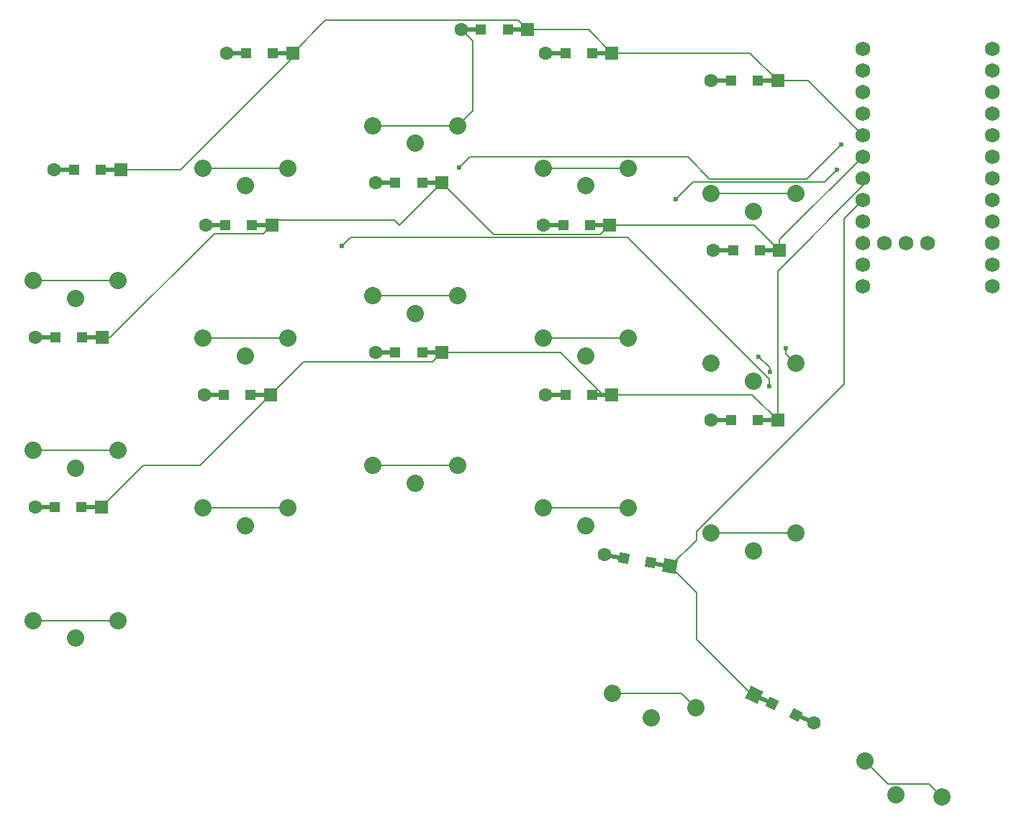
<source format=gbr>
%TF.GenerationSoftware,KiCad,Pcbnew,9.0.2*%
%TF.CreationDate,2025-05-24T14:32:55-04:00*%
%TF.ProjectId,ErgoDecks,4572676f-4465-4636-9b73-2e6b69636164,rev?*%
%TF.SameCoordinates,Original*%
%TF.FileFunction,Copper,L2,Bot*%
%TF.FilePolarity,Positive*%
%FSLAX46Y46*%
G04 Gerber Fmt 4.6, Leading zero omitted, Abs format (unit mm)*
G04 Created by KiCad (PCBNEW 9.0.2) date 2025-05-24 14:32:55*
%MOMM*%
%LPD*%
G01*
G04 APERTURE LIST*
G04 Aperture macros list*
%AMRotRect*
0 Rectangle, with rotation*
0 The origin of the aperture is its center*
0 $1 length*
0 $2 width*
0 $3 Rotation angle, in degrees counterclockwise*
0 Add horizontal line*
21,1,$1,$2,0,0,$3*%
G04 Aperture macros list end*
%TA.AperFunction,ComponentPad*%
%ADD10C,2.032000*%
%TD*%
%TA.AperFunction,ComponentPad*%
%ADD11C,1.752600*%
%TD*%
%TA.AperFunction,ComponentPad*%
%ADD12R,1.600000X1.600000*%
%TD*%
%TA.AperFunction,SMDPad,CuDef*%
%ADD13R,2.500000X0.500000*%
%TD*%
%TA.AperFunction,SMDPad,CuDef*%
%ADD14R,1.200000X1.200000*%
%TD*%
%TA.AperFunction,ComponentPad*%
%ADD15C,1.600000*%
%TD*%
%TA.AperFunction,ComponentPad*%
%ADD16RotRect,1.600000X1.600000X170.000000*%
%TD*%
%TA.AperFunction,SMDPad,CuDef*%
%ADD17RotRect,2.500000X0.500000X170.000000*%
%TD*%
%TA.AperFunction,SMDPad,CuDef*%
%ADD18RotRect,1.200000X1.200000X170.000000*%
%TD*%
%TA.AperFunction,ComponentPad*%
%ADD19RotRect,1.600000X1.600000X335.000000*%
%TD*%
%TA.AperFunction,SMDPad,CuDef*%
%ADD20RotRect,2.500000X0.500000X335.000000*%
%TD*%
%TA.AperFunction,SMDPad,CuDef*%
%ADD21RotRect,1.200000X1.200000X335.000000*%
%TD*%
%TA.AperFunction,ViaPad*%
%ADD22C,0.600000*%
%TD*%
%TA.AperFunction,Conductor*%
%ADD23C,0.200000*%
%TD*%
G04 APERTURE END LIST*
D10*
%TO.P,K15,1*%
%TO.N,/Col4*%
X107150000Y-115650000D03*
%TO.P,K15,2*%
%TO.N,Net-(D15-A)*%
X102150000Y-113550000D03*
X112150000Y-113550000D03*
%TD*%
%TO.P,K1,1*%
%TO.N,/Col0*%
X27400000Y-85900000D03*
%TO.P,K1,2*%
%TO.N,Net-(D1-A)*%
X22400000Y-83800000D03*
X32400000Y-83800000D03*
%TD*%
%TO.P,K17,1*%
%TO.N,/Col4*%
X123906552Y-144347216D03*
%TO.P,K17,2*%
%TO.N,Net-(D17-A)*%
X120262512Y-140330878D03*
X129325590Y-144557061D03*
%TD*%
%TO.P,K9,1*%
%TO.N,/Col2*%
X67400000Y-107650000D03*
%TO.P,K9,2*%
%TO.N,Net-(D9-A)*%
X62400000Y-105550000D03*
X72400000Y-105550000D03*
%TD*%
%TO.P,K16,1*%
%TO.N,/Col3*%
X95125476Y-135310366D03*
%TO.P,K16,2*%
%TO.N,Net-(D16-A)*%
X90566098Y-132374029D03*
X100414176Y-134110510D03*
%TD*%
%TO.P,K5,1*%
%TO.N,/Col1*%
X47400000Y-92650000D03*
%TO.P,K5,2*%
%TO.N,Net-(D5-A)*%
X42400000Y-90550000D03*
X52400000Y-90550000D03*
%TD*%
D11*
%TO.P,U1,1,TX0/P0.06*%
%TO.N,unconnected-(U1-TX0{slash}P0.06-Pad1)*%
X120030000Y-56530000D03*
%TO.P,U1,2,RX1/P0.08*%
%TO.N,unconnected-(U1-RX1{slash}P0.08-Pad2)*%
X120030000Y-59070000D03*
%TO.P,U1,3,GND*%
%TO.N,unconnected-(U1-GND-Pad3)*%
X120030000Y-61610000D03*
%TO.P,U1,4,GND*%
%TO.N,unconnected-(U1-GND-Pad4)*%
X120030000Y-64150000D03*
%TO.P,U1,5,P0.17*%
%TO.N,/Row0*%
X120030000Y-66690000D03*
%TO.P,U1,6,P0.20*%
%TO.N,/Row1*%
X120030000Y-69230000D03*
%TO.P,U1,7,P0.22*%
%TO.N,/Row2*%
X120030000Y-71770000D03*
%TO.P,U1,8,P0.24*%
%TO.N,/Row3*%
X120030000Y-74310000D03*
%TO.P,U1,9,P1.00*%
%TO.N,/Col0*%
X120030000Y-76850000D03*
%TO.P,U1,10,P0.11*%
%TO.N,/Col1*%
X120030000Y-79390000D03*
%TO.P,U1,11,P1.04*%
%TO.N,unconnected-(U1-P1.04-Pad11)*%
X120030000Y-81930000D03*
%TO.P,U1,12,P1.06*%
%TO.N,unconnected-(U1-P1.06-Pad12)*%
X120030000Y-84470000D03*
%TO.P,U1,13,NFC1/P0.09*%
%TO.N,unconnected-(U1-NFC1{slash}P0.09-Pad13)*%
X135270000Y-84470000D03*
%TO.P,U1,14,NFC2/P0.10*%
%TO.N,unconnected-(U1-NFC2{slash}P0.10-Pad14)*%
X135270000Y-81930000D03*
%TO.P,U1,15,P1.11*%
%TO.N,unconnected-(U1-P1.11-Pad15)*%
X135270000Y-79390000D03*
%TO.P,U1,16,P1.13*%
%TO.N,unconnected-(U1-P1.13-Pad16)*%
X135270000Y-76850000D03*
%TO.P,U1,17,P1.15*%
%TO.N,unconnected-(U1-P1.15-Pad17)*%
X135270000Y-74310000D03*
%TO.P,U1,18,AIN0/P0.02*%
%TO.N,/Col4*%
X135270000Y-71770000D03*
%TO.P,U1,19,AIN5/P0.29*%
%TO.N,/Col3*%
X135270000Y-69230000D03*
%TO.P,U1,20,AIN7/P0.31*%
%TO.N,/Col2*%
X135270000Y-66690000D03*
%TO.P,U1,21,VCC*%
%TO.N,unconnected-(U1-VCC-Pad21)*%
X135270000Y-64150000D03*
%TO.P,U1,22,RST*%
%TO.N,unconnected-(U1-RST-Pad22)*%
X135270000Y-61610000D03*
%TO.P,U1,23,GND*%
%TO.N,unconnected-(U1-GND-Pad23)*%
X135270000Y-59070000D03*
%TO.P,U1,24,BATIN/P0.04*%
%TO.N,unconnected-(U1-BATIN{slash}P0.04-Pad24)*%
X135270000Y-56530000D03*
%TO.P,U1,31,P1.01*%
%TO.N,unconnected-(U1-P1.01-Pad31)*%
X122570000Y-79390000D03*
%TO.P,U1,32,P1.02*%
%TO.N,unconnected-(U1-P1.02-Pad32)*%
X125110000Y-79390000D03*
%TO.P,U1,33,P1.07*%
%TO.N,unconnected-(U1-P1.07-Pad33)*%
X127650000Y-79390000D03*
%TD*%
D10*
%TO.P,K6,1*%
%TO.N,/Col1*%
X47400000Y-112650000D03*
%TO.P,K6,2*%
%TO.N,Net-(D6-A)*%
X42400000Y-110550000D03*
X52400000Y-110550000D03*
%TD*%
%TO.P,K4,1*%
%TO.N,/Col1*%
X47400000Y-72650000D03*
%TO.P,K4,2*%
%TO.N,Net-(D4-A)*%
X42400000Y-70550000D03*
X52400000Y-70550000D03*
%TD*%
%TO.P,K3,1*%
%TO.N,/Col0*%
X27400000Y-125900000D03*
%TO.P,K3,2*%
%TO.N,Net-(D3-A)*%
X22400000Y-123800000D03*
X32400000Y-123800000D03*
%TD*%
%TO.P,K7,1*%
%TO.N,/Col2*%
X67400000Y-67650000D03*
%TO.P,K7,2*%
%TO.N,Net-(D7-A)*%
X62400000Y-65550000D03*
X72400000Y-65550000D03*
%TD*%
%TO.P,K8,1*%
%TO.N,/Col2*%
X67400000Y-87650000D03*
%TO.P,K8,2*%
%TO.N,Net-(D8-A)*%
X62400000Y-85550000D03*
X72400000Y-85550000D03*
%TD*%
%TO.P,K13,1*%
%TO.N,/Col4*%
X107150000Y-75650000D03*
%TO.P,K13,2*%
%TO.N,Net-(D13-A)*%
X102150000Y-73550000D03*
X112150000Y-73550000D03*
%TD*%
%TO.P,K2,1*%
%TO.N,/Col0*%
X27400000Y-105900000D03*
%TO.P,K2,2*%
%TO.N,Net-(D2-A)*%
X22400000Y-103800000D03*
X32400000Y-103800000D03*
%TD*%
%TO.P,K11,1*%
%TO.N,/Col3*%
X87400000Y-92650000D03*
%TO.P,K11,2*%
%TO.N,Net-(D11-A)*%
X82400000Y-90550000D03*
X92400000Y-90550000D03*
%TD*%
%TO.P,K14,1*%
%TO.N,/Col4*%
X107150000Y-95650000D03*
%TO.P,K14,2*%
%TO.N,Net-(D14-A)*%
X102150000Y-93550000D03*
X112150000Y-93550000D03*
%TD*%
%TO.P,K10,1*%
%TO.N,/Col3*%
X87400000Y-72650000D03*
%TO.P,K10,2*%
%TO.N,Net-(D10-A)*%
X82400000Y-70550000D03*
X92400000Y-70550000D03*
%TD*%
%TO.P,K12,1*%
%TO.N,/Col3*%
X87400000Y-112650000D03*
%TO.P,K12,2*%
%TO.N,Net-(D12-A)*%
X82400000Y-110550000D03*
X92400000Y-110550000D03*
%TD*%
D12*
%TO.P,D3,1,K*%
%TO.N,/Row2*%
X30425000Y-110500000D03*
D13*
X29225000Y-110500000D03*
D14*
X28100000Y-110500000D03*
%TO.P,D3,2,A*%
%TO.N,Net-(D3-A)*%
X24950000Y-110500000D03*
D13*
X23825000Y-110500000D03*
D15*
X22625000Y-110500000D03*
%TD*%
D12*
%TO.P,D7,1,K*%
%TO.N,/Row0*%
X80575000Y-54250000D03*
D13*
X79375000Y-54250000D03*
D14*
X78250000Y-54250000D03*
%TO.P,D7,2,A*%
%TO.N,Net-(D7-A)*%
X75100000Y-54250000D03*
D13*
X73975000Y-54250000D03*
D15*
X72775000Y-54250000D03*
%TD*%
D12*
%TO.P,D11,1,K*%
%TO.N,/Row1*%
X90250000Y-77250000D03*
D13*
X89050000Y-77250000D03*
D14*
X87925000Y-77250000D03*
%TO.P,D11,2,A*%
%TO.N,Net-(D11-A)*%
X84775000Y-77250000D03*
D13*
X83650000Y-77250000D03*
D15*
X82450000Y-77250000D03*
%TD*%
D12*
%TO.P,D8,1,K*%
%TO.N,/Row1*%
X70500000Y-72250000D03*
D13*
X69300000Y-72250000D03*
D14*
X68175000Y-72250000D03*
%TO.P,D8,2,A*%
%TO.N,Net-(D8-A)*%
X65025000Y-72250000D03*
D13*
X63900000Y-72250000D03*
D15*
X62700000Y-72250000D03*
%TD*%
D12*
%TO.P,D2,1,K*%
%TO.N,/Row1*%
X30500000Y-90500000D03*
D13*
X29300000Y-90500000D03*
D14*
X28175000Y-90500000D03*
%TO.P,D2,2,A*%
%TO.N,Net-(D2-A)*%
X25025000Y-90500000D03*
D13*
X23900000Y-90500000D03*
D15*
X22700000Y-90500000D03*
%TD*%
D12*
%TO.P,D6,1,K*%
%TO.N,/Row2*%
X50324999Y-97250000D03*
D13*
X49125000Y-97250000D03*
D14*
X48000000Y-97250000D03*
%TO.P,D6,2,A*%
%TO.N,Net-(D6-A)*%
X44850000Y-97250000D03*
D13*
X43725000Y-97250000D03*
D15*
X42525001Y-97250000D03*
%TD*%
D12*
%TO.P,D15,1,K*%
%TO.N,/Row2*%
X110000000Y-100250000D03*
D13*
X108800000Y-100250000D03*
D14*
X107675000Y-100250000D03*
%TO.P,D15,2,A*%
%TO.N,Net-(D15-A)*%
X104525000Y-100250000D03*
D13*
X103400000Y-100250000D03*
D15*
X102200000Y-100250000D03*
%TD*%
D12*
%TO.P,D13,1,K*%
%TO.N,/Row0*%
X110000000Y-60250000D03*
D13*
X108800000Y-60250000D03*
D14*
X107675000Y-60250000D03*
%TO.P,D13,2,A*%
%TO.N,Net-(D13-A)*%
X104525000Y-60250000D03*
D13*
X103400000Y-60250000D03*
D15*
X102200000Y-60250000D03*
%TD*%
D12*
%TO.P,D10,1,K*%
%TO.N,/Row0*%
X90500000Y-57000000D03*
D13*
X89300000Y-57000000D03*
D14*
X88175000Y-57000000D03*
%TO.P,D10,2,A*%
%TO.N,Net-(D10-A)*%
X85025000Y-57000000D03*
D13*
X83900000Y-57000000D03*
D15*
X82700000Y-57000000D03*
%TD*%
D12*
%TO.P,D12,1,K*%
%TO.N,/Row2*%
X90500000Y-97250000D03*
D13*
X89300000Y-97250000D03*
D14*
X88175000Y-97250000D03*
%TO.P,D12,2,A*%
%TO.N,Net-(D12-A)*%
X85025000Y-97250000D03*
D13*
X83900000Y-97250000D03*
D15*
X82700000Y-97250000D03*
%TD*%
D16*
%TO.P,D16,1,K*%
%TO.N,/Row3*%
X97340750Y-117427228D03*
D17*
X96158981Y-117218850D03*
D18*
X95051072Y-117023496D03*
%TO.P,D16,2,A*%
%TO.N,Net-(D16-A)*%
X91948928Y-116476504D03*
D17*
X90841019Y-116281150D03*
D15*
X89659250Y-116072772D03*
%TD*%
D12*
%TO.P,D9,1,K*%
%TO.N,/Row2*%
X70500000Y-92250000D03*
D13*
X69300000Y-92250000D03*
D14*
X68175000Y-92250000D03*
%TO.P,D9,2,A*%
%TO.N,Net-(D9-A)*%
X65025000Y-92250000D03*
D13*
X63900000Y-92250000D03*
D15*
X62700000Y-92250000D03*
%TD*%
D19*
%TO.P,D17,1,K*%
%TO.N,/Row3*%
X107215400Y-132601789D03*
D20*
X108302969Y-133108931D03*
D21*
X109322565Y-133584376D03*
%TO.P,D17,2,A*%
%TO.N,Net-(D17-A)*%
X112177435Y-134915624D03*
D20*
X113197031Y-135391069D03*
D15*
X114284600Y-135898211D03*
%TD*%
D12*
%TO.P,D1,1,K*%
%TO.N,/Row0*%
X32700000Y-70750000D03*
D13*
X31500000Y-70750000D03*
D14*
X30375000Y-70750000D03*
%TO.P,D1,2,A*%
%TO.N,Net-(D1-A)*%
X27225000Y-70750000D03*
D13*
X26100000Y-70750000D03*
D15*
X24900000Y-70750000D03*
%TD*%
D12*
%TO.P,D5,1,K*%
%TO.N,/Row1*%
X50500000Y-77250000D03*
D13*
X49300000Y-77250000D03*
D14*
X48175000Y-77250000D03*
%TO.P,D5,2,A*%
%TO.N,Net-(D5-A)*%
X45025000Y-77250000D03*
D13*
X43900000Y-77250000D03*
D15*
X42700000Y-77250000D03*
%TD*%
D12*
%TO.P,D4,1,K*%
%TO.N,/Row0*%
X52950000Y-57000000D03*
D13*
X51750000Y-57000000D03*
D14*
X50625000Y-57000000D03*
%TO.P,D4,2,A*%
%TO.N,Net-(D4-A)*%
X47475000Y-57000000D03*
D13*
X46350000Y-57000000D03*
D15*
X45150000Y-57000000D03*
%TD*%
D12*
%TO.P,D14,1,K*%
%TO.N,/Row1*%
X110250000Y-80250000D03*
D13*
X109050000Y-80250000D03*
D14*
X107925000Y-80250000D03*
%TO.P,D14,2,A*%
%TO.N,Net-(D14-A)*%
X104775000Y-80250000D03*
D13*
X103650000Y-80250000D03*
D15*
X102450000Y-80250000D03*
%TD*%
D22*
%TO.N,Net-(D14-A)*%
X111000000Y-91750000D03*
X109074265Y-94574265D03*
X107750000Y-92750000D03*
%TO.N,/Col1*%
X58750000Y-79750000D03*
X109000000Y-96250000D03*
%TO.N,/Col2*%
X72500000Y-70500000D03*
X117500000Y-67750000D03*
%TO.N,/Col3*%
X98000000Y-74250000D03*
X117000000Y-70750000D03*
%TD*%
D23*
%TO.N,/Row0*%
X79474000Y-53149000D02*
X80575000Y-54250000D01*
X52950000Y-57000000D02*
X56801000Y-53149000D01*
X56801000Y-53149000D02*
X79474000Y-53149000D01*
X52950000Y-57550000D02*
X52950000Y-57000000D01*
X110000000Y-60250000D02*
X113590000Y-60250000D01*
X113590000Y-60250000D02*
X120030000Y-66690000D01*
X39750000Y-70750000D02*
X52950000Y-57550000D01*
X90500000Y-57000000D02*
X106750000Y-57000000D01*
X106750000Y-57000000D02*
X110000000Y-60250000D01*
X80575000Y-54250000D02*
X87750000Y-54250000D01*
X32700000Y-70750000D02*
X39750000Y-70750000D01*
X87750000Y-54250000D02*
X90500000Y-57000000D01*
%TO.N,Net-(D1-A)*%
X22400000Y-83800000D02*
X32400000Y-83800000D01*
%TO.N,Net-(D2-A)*%
X32400000Y-103800000D02*
X22400000Y-103800000D01*
%TO.N,/Row1*%
X110250000Y-80250000D02*
X110250000Y-79010000D01*
X107250000Y-77250000D02*
X110250000Y-80250000D01*
X64953700Y-76703700D02*
X65500000Y-77250000D01*
X51046300Y-76703700D02*
X64953700Y-76703700D01*
X70500000Y-72250000D02*
X76601000Y-78351000D01*
X65500000Y-77250000D02*
X70500000Y-72250000D01*
X49500000Y-78250000D02*
X50500000Y-77250000D01*
X30500000Y-90500000D02*
X31500000Y-90500000D01*
X76601000Y-78351000D02*
X89149000Y-78351000D01*
X110250000Y-79010000D02*
X120030000Y-69230000D01*
X31500000Y-90500000D02*
X43750000Y-78250000D01*
X90250000Y-77250000D02*
X107250000Y-77250000D01*
X89149000Y-78351000D02*
X90250000Y-77250000D01*
X43750000Y-78250000D02*
X49500000Y-78250000D01*
X50500000Y-77250000D02*
X51046300Y-76703700D01*
%TO.N,/Row2*%
X120030000Y-72645046D02*
X120030000Y-71770000D01*
X70500000Y-92250000D02*
X84500000Y-92250000D01*
X110000000Y-100250000D02*
X110000000Y-82675046D01*
X69399000Y-93351000D02*
X54223999Y-93351000D01*
X107000000Y-97250000D02*
X110000000Y-100250000D01*
X84500000Y-92250000D02*
X89500000Y-97250000D01*
X42026899Y-105548100D02*
X50324999Y-97250000D01*
X54223999Y-93351000D02*
X50324999Y-97250000D01*
X110000000Y-82675046D02*
X120030000Y-72645046D01*
X70500000Y-92250000D02*
X69399000Y-93351000D01*
X30425000Y-110500000D02*
X35376900Y-105548100D01*
X89500000Y-97250000D02*
X90500000Y-97250000D01*
X90500000Y-97250000D02*
X107000000Y-97250000D01*
X35376900Y-105548100D02*
X42026899Y-105548100D01*
%TO.N,Net-(D3-A)*%
X22400000Y-123800000D02*
X32400000Y-123800000D01*
%TO.N,Net-(D4-A)*%
X42400000Y-70550000D02*
X52400000Y-70550000D01*
%TO.N,Net-(D5-A)*%
X52400000Y-90550000D02*
X42400000Y-90550000D01*
%TO.N,Net-(D6-A)*%
X52400000Y-110550000D02*
X42400000Y-110550000D01*
%TO.N,Net-(D7-A)*%
X62400000Y-65550000D02*
X72400000Y-65550000D01*
X74101900Y-63848100D02*
X74101900Y-55576900D01*
X74101900Y-55576900D02*
X72775000Y-54250000D01*
X72400000Y-65550000D02*
X74101900Y-63848100D01*
%TO.N,Net-(D8-A)*%
X62400000Y-85550000D02*
X72400000Y-85550000D01*
%TO.N,Net-(D9-A)*%
X72400000Y-105550000D02*
X62400000Y-105550000D01*
%TO.N,Net-(D10-A)*%
X82400000Y-70550000D02*
X92400000Y-70550000D01*
%TO.N,Net-(D11-A)*%
X82400000Y-90550000D02*
X92400000Y-90550000D01*
%TO.N,Net-(D12-A)*%
X92400000Y-110550000D02*
X82400000Y-110550000D01*
%TO.N,Net-(D13-A)*%
X102150000Y-73550000D02*
X112150000Y-73550000D01*
%TO.N,Net-(D14-A)*%
X111000000Y-92400000D02*
X111000000Y-91750000D01*
X109074265Y-94574265D02*
X109074265Y-94074265D01*
X112150000Y-93550000D02*
X111000000Y-92400000D01*
X109074265Y-94074265D02*
X107750000Y-92750000D01*
%TO.N,Net-(D15-A)*%
X112150000Y-113550000D02*
X102150000Y-113550000D01*
%TO.N,/Row3*%
X100431769Y-126012196D02*
X107021362Y-132601789D01*
X100431769Y-120518247D02*
X100431769Y-126012196D01*
X97340750Y-117427228D02*
X100431769Y-114336209D01*
X117799000Y-95951000D02*
X117799000Y-76541000D01*
X97340750Y-117427228D02*
X100431769Y-120518247D01*
X100431769Y-114336209D02*
X100431769Y-113318231D01*
X100431769Y-113318231D02*
X117799000Y-95951000D01*
X107021362Y-132601789D02*
X107215400Y-132601789D01*
X117799000Y-76541000D02*
X120030000Y-74310000D01*
%TO.N,Net-(D16-A)*%
X98677695Y-132374029D02*
X90566098Y-132374029D01*
X100414176Y-134110510D02*
X98677695Y-132374029D01*
%TO.N,Net-(D17-A)*%
X122961850Y-143030216D02*
X120262512Y-140330878D01*
X127798745Y-143030216D02*
X122961850Y-143030216D01*
X129325590Y-144557061D02*
X127798745Y-143030216D01*
%TO.N,/Col1*%
X59748000Y-78752000D02*
X92351743Y-78752000D01*
X58750000Y-79750000D02*
X59748000Y-78752000D01*
X92351743Y-78752000D02*
X109000000Y-95400257D01*
X109000000Y-95400257D02*
X109000000Y-96250000D01*
%TO.N,/Col2*%
X99433257Y-69233000D02*
X102015757Y-71815500D01*
X73767000Y-69233000D02*
X99433257Y-69233000D01*
X113434500Y-71815500D02*
X117500000Y-67750000D01*
X72500000Y-70500000D02*
X73767000Y-69233000D01*
X102015757Y-71815500D02*
X113434500Y-71815500D01*
%TO.N,/Col3*%
X98000000Y-74250000D02*
X100033500Y-72216500D01*
X115533500Y-72216500D02*
X117000000Y-70750000D01*
X100033500Y-72216500D02*
X115533500Y-72216500D01*
%TD*%
M02*

</source>
